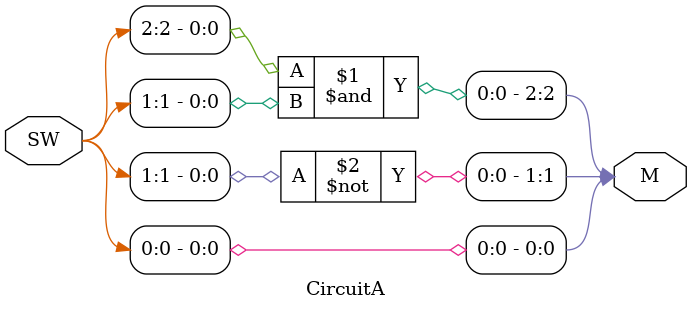
<source format=v>
/*Homework 2 CircuitA written by Ben Foster
 *TCES 330 4/23/14
 */
module CircuitA(SW, M);
	input [2:0] SW; //input switches
	output [2:0] M; //Output M
	
	//Output assignments determined by karnaugh maps
	assign M[2] = SW[2] & SW[1];
	assign M[1] = ~SW[1];
	assign M[0] = SW[0];
	
endmodule

</source>
